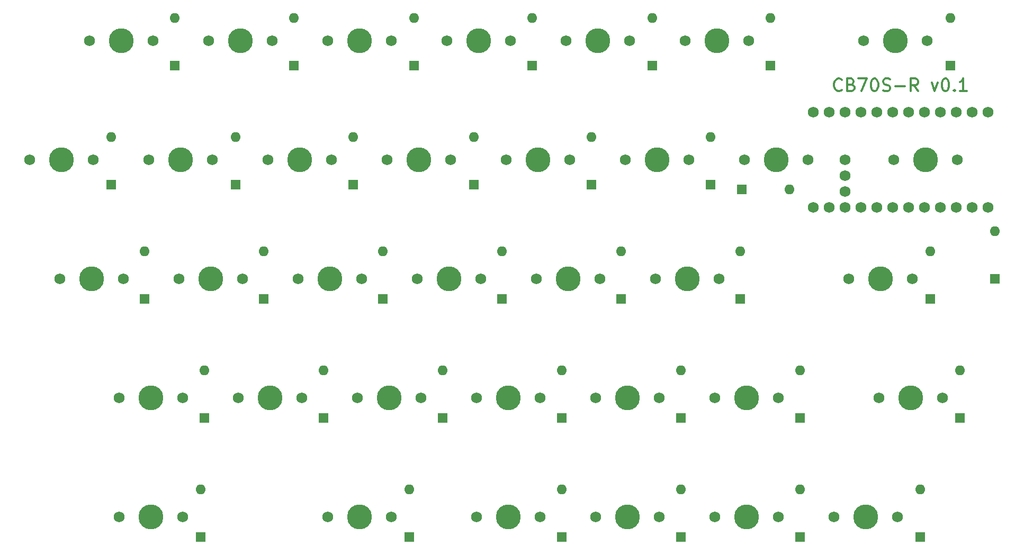
<source format=gbr>
G04 #@! TF.GenerationSoftware,KiCad,Pcbnew,(5.1.4-0)*
G04 #@! TF.CreationDate,2022-08-11T17:04:41-05:00*
G04 #@! TF.ProjectId,keyboard,6b657962-6f61-4726-942e-6b696361645f,rev?*
G04 #@! TF.SameCoordinates,Original*
G04 #@! TF.FileFunction,Soldermask,Top*
G04 #@! TF.FilePolarity,Negative*
%FSLAX46Y46*%
G04 Gerber Fmt 4.6, Leading zero omitted, Abs format (unit mm)*
G04 Created by KiCad (PCBNEW (5.1.4-0)) date 2022-08-11 17:04:41*
%MOMM*%
%LPD*%
G04 APERTURE LIST*
%ADD10C,0.300000*%
%ADD11C,3.987800*%
%ADD12C,1.750000*%
%ADD13C,1.752600*%
%ADD14O,1.600000X1.600000*%
%ADD15R,1.600000X1.600000*%
G04 APERTURE END LIST*
D10*
X134287797Y-17383035D02*
X134192559Y-17478273D01*
X133906845Y-17573511D01*
X133716369Y-17573511D01*
X133430654Y-17478273D01*
X133240178Y-17287797D01*
X133144940Y-17097321D01*
X133049702Y-16716369D01*
X133049702Y-16430654D01*
X133144940Y-16049702D01*
X133240178Y-15859226D01*
X133430654Y-15668750D01*
X133716369Y-15573511D01*
X133906845Y-15573511D01*
X134192559Y-15668750D01*
X134287797Y-15763988D01*
X135811607Y-16525892D02*
X136097321Y-16621130D01*
X136192559Y-16716369D01*
X136287797Y-16906845D01*
X136287797Y-17192559D01*
X136192559Y-17383035D01*
X136097321Y-17478273D01*
X135906845Y-17573511D01*
X135144940Y-17573511D01*
X135144940Y-15573511D01*
X135811607Y-15573511D01*
X136002083Y-15668750D01*
X136097321Y-15763988D01*
X136192559Y-15954464D01*
X136192559Y-16144940D01*
X136097321Y-16335416D01*
X136002083Y-16430654D01*
X135811607Y-16525892D01*
X135144940Y-16525892D01*
X136954464Y-15573511D02*
X138287797Y-15573511D01*
X137430654Y-17573511D01*
X139430654Y-15573511D02*
X139621130Y-15573511D01*
X139811607Y-15668750D01*
X139906845Y-15763988D01*
X140002083Y-15954464D01*
X140097321Y-16335416D01*
X140097321Y-16811607D01*
X140002083Y-17192559D01*
X139906845Y-17383035D01*
X139811607Y-17478273D01*
X139621130Y-17573511D01*
X139430654Y-17573511D01*
X139240178Y-17478273D01*
X139144940Y-17383035D01*
X139049702Y-17192559D01*
X138954464Y-16811607D01*
X138954464Y-16335416D01*
X139049702Y-15954464D01*
X139144940Y-15763988D01*
X139240178Y-15668750D01*
X139430654Y-15573511D01*
X140859226Y-17478273D02*
X141144940Y-17573511D01*
X141621130Y-17573511D01*
X141811607Y-17478273D01*
X141906845Y-17383035D01*
X142002083Y-17192559D01*
X142002083Y-17002083D01*
X141906845Y-16811607D01*
X141811607Y-16716369D01*
X141621130Y-16621130D01*
X141240178Y-16525892D01*
X141049702Y-16430654D01*
X140954464Y-16335416D01*
X140859226Y-16144940D01*
X140859226Y-15954464D01*
X140954464Y-15763988D01*
X141049702Y-15668750D01*
X141240178Y-15573511D01*
X141716369Y-15573511D01*
X142002083Y-15668750D01*
X142859226Y-16811607D02*
X144383035Y-16811607D01*
X146478273Y-17573511D02*
X145811607Y-16621130D01*
X145335416Y-17573511D02*
X145335416Y-15573511D01*
X146097321Y-15573511D01*
X146287797Y-15668750D01*
X146383035Y-15763988D01*
X146478273Y-15954464D01*
X146478273Y-16240178D01*
X146383035Y-16430654D01*
X146287797Y-16525892D01*
X146097321Y-16621130D01*
X145335416Y-16621130D01*
X148668750Y-16240178D02*
X149144940Y-17573511D01*
X149621130Y-16240178D01*
X150763988Y-15573511D02*
X150954464Y-15573511D01*
X151144940Y-15668750D01*
X151240178Y-15763988D01*
X151335416Y-15954464D01*
X151430654Y-16335416D01*
X151430654Y-16811607D01*
X151335416Y-17192559D01*
X151240178Y-17383035D01*
X151144940Y-17478273D01*
X150954464Y-17573511D01*
X150763988Y-17573511D01*
X150573511Y-17478273D01*
X150478273Y-17383035D01*
X150383035Y-17192559D01*
X150287797Y-16811607D01*
X150287797Y-16335416D01*
X150383035Y-15954464D01*
X150478273Y-15763988D01*
X150573511Y-15668750D01*
X150763988Y-15573511D01*
X152287797Y-17383035D02*
X152383035Y-17478273D01*
X152287797Y-17573511D01*
X152192559Y-17478273D01*
X152287797Y-17383035D01*
X152287797Y-17573511D01*
X154287797Y-17573511D02*
X153144940Y-17573511D01*
X153716369Y-17573511D02*
X153716369Y-15573511D01*
X153525892Y-15859226D01*
X153335416Y-16049702D01*
X153144940Y-16144940D01*
D11*
X140493750Y-47625000D03*
D12*
X135413750Y-47625000D03*
X145573750Y-47625000D03*
D11*
X142875000Y-9525000D03*
D12*
X137795000Y-9525000D03*
X147955000Y-9525000D03*
D11*
X23812500Y-85725000D03*
D12*
X18732500Y-85725000D03*
X28892500Y-85725000D03*
D13*
X157638750Y-36195000D03*
X155098750Y-36195000D03*
X152558750Y-36195000D03*
X150018750Y-36195000D03*
X147478750Y-36195000D03*
X144938750Y-36195000D03*
X142398750Y-36195000D03*
X139858750Y-36195000D03*
X137318750Y-36195000D03*
X134778750Y-36195000D03*
X132238750Y-36195000D03*
X129698750Y-20955000D03*
X132238750Y-20955000D03*
X134778750Y-20955000D03*
X137318750Y-20955000D03*
X139858750Y-20955000D03*
X142398750Y-20955000D03*
X144938750Y-20955000D03*
X147478750Y-20955000D03*
X150018750Y-20955000D03*
X152558750Y-20955000D03*
X155098750Y-20955000D03*
X129698750Y-36195000D03*
X157638750Y-20955000D03*
X134778750Y-33655000D03*
X134778750Y-31115000D03*
X134778750Y-28575000D03*
D11*
X138112500Y-85725000D03*
D12*
X133032500Y-85725000D03*
X143192500Y-85725000D03*
D11*
X119062500Y-85725000D03*
D12*
X113982500Y-85725000D03*
X124142500Y-85725000D03*
D11*
X100012500Y-85725000D03*
D12*
X94932500Y-85725000D03*
X105092500Y-85725000D03*
D11*
X80962500Y-85725000D03*
D12*
X75882500Y-85725000D03*
X86042500Y-85725000D03*
D11*
X57150000Y-85725000D03*
D12*
X52070000Y-85725000D03*
X62230000Y-85725000D03*
D11*
X145256250Y-66675000D03*
D12*
X140176250Y-66675000D03*
X150336250Y-66675000D03*
D11*
X119062500Y-66675000D03*
D12*
X113982500Y-66675000D03*
X124142500Y-66675000D03*
D11*
X100012500Y-66675000D03*
D12*
X94932500Y-66675000D03*
X105092500Y-66675000D03*
D11*
X80962500Y-66675000D03*
D12*
X75882500Y-66675000D03*
X86042500Y-66675000D03*
D11*
X61912500Y-66675000D03*
D12*
X56832500Y-66675000D03*
X66992500Y-66675000D03*
D11*
X42862500Y-66675000D03*
D12*
X37782500Y-66675000D03*
X47942500Y-66675000D03*
D11*
X23812500Y-66675000D03*
D12*
X18732500Y-66675000D03*
X28892500Y-66675000D03*
D11*
X109537500Y-47625000D03*
D12*
X104457500Y-47625000D03*
X114617500Y-47625000D03*
D11*
X90487500Y-47625000D03*
D12*
X85407500Y-47625000D03*
X95567500Y-47625000D03*
D11*
X71437500Y-47625000D03*
D12*
X66357500Y-47625000D03*
X76517500Y-47625000D03*
D11*
X52387500Y-47625000D03*
D12*
X47307500Y-47625000D03*
X57467500Y-47625000D03*
D11*
X33337500Y-47625000D03*
D12*
X28257500Y-47625000D03*
X38417500Y-47625000D03*
D11*
X14287500Y-47625000D03*
D12*
X9207500Y-47625000D03*
X19367500Y-47625000D03*
D11*
X147637500Y-28575000D03*
D12*
X142557500Y-28575000D03*
X152717500Y-28575000D03*
D11*
X123825000Y-28575000D03*
D12*
X118745000Y-28575000D03*
X128905000Y-28575000D03*
D11*
X104775000Y-28575000D03*
D12*
X99695000Y-28575000D03*
X109855000Y-28575000D03*
D11*
X85725000Y-28575000D03*
D12*
X80645000Y-28575000D03*
X90805000Y-28575000D03*
D11*
X66675000Y-28575000D03*
D12*
X61595000Y-28575000D03*
X71755000Y-28575000D03*
D11*
X47625000Y-28575000D03*
D12*
X42545000Y-28575000D03*
X52705000Y-28575000D03*
D11*
X28575000Y-28575000D03*
D12*
X23495000Y-28575000D03*
X33655000Y-28575000D03*
D11*
X9525000Y-28575000D03*
D12*
X4445000Y-28575000D03*
X14605000Y-28575000D03*
D11*
X114300000Y-9525000D03*
D12*
X109220000Y-9525000D03*
X119380000Y-9525000D03*
D11*
X95250000Y-9525000D03*
D12*
X90170000Y-9525000D03*
X100330000Y-9525000D03*
D11*
X76200000Y-9525000D03*
D12*
X71120000Y-9525000D03*
X81280000Y-9525000D03*
D11*
X57150000Y-9525000D03*
D12*
X52070000Y-9525000D03*
X62230000Y-9525000D03*
D11*
X38100000Y-9525000D03*
D12*
X33020000Y-9525000D03*
X43180000Y-9525000D03*
D11*
X19050000Y-9525000D03*
D12*
X13970000Y-9525000D03*
X24130000Y-9525000D03*
D14*
X146843750Y-81280000D03*
D15*
X146843750Y-88900000D03*
D14*
X127587500Y-81280000D03*
D15*
X127587500Y-88900000D03*
D14*
X108537500Y-81280000D03*
D15*
X108537500Y-88900000D03*
D14*
X89487500Y-81280000D03*
D15*
X89487500Y-88900000D03*
D14*
X65087500Y-81280000D03*
D15*
X65087500Y-88900000D03*
D14*
X31750000Y-81280000D03*
D15*
X31750000Y-88900000D03*
D14*
X153193750Y-62230000D03*
D15*
X153193750Y-69850000D03*
D14*
X127587500Y-62230000D03*
D15*
X127587500Y-69850000D03*
D14*
X108537500Y-62230000D03*
D15*
X108537500Y-69850000D03*
D14*
X89487500Y-62230000D03*
D15*
X89487500Y-69850000D03*
D14*
X70437500Y-62230000D03*
D15*
X70437500Y-69850000D03*
D14*
X51387500Y-62230000D03*
D15*
X51387500Y-69850000D03*
D14*
X32337500Y-62230000D03*
D15*
X32337500Y-69850000D03*
D14*
X148431250Y-43180000D03*
D15*
X148431250Y-50800000D03*
D14*
X118062500Y-43180000D03*
D15*
X118062500Y-50800000D03*
D14*
X99012500Y-43180000D03*
D15*
X99012500Y-50800000D03*
D14*
X79962500Y-43180000D03*
D15*
X79962500Y-50800000D03*
D14*
X60912500Y-43180000D03*
D15*
X60912500Y-50800000D03*
D14*
X41862500Y-43180000D03*
D15*
X41862500Y-50800000D03*
D14*
X22812500Y-43180000D03*
D15*
X22812500Y-50800000D03*
D14*
X158750000Y-40005000D03*
D15*
X158750000Y-47625000D03*
D14*
X125888750Y-33337500D03*
D15*
X118268750Y-33337500D03*
D14*
X113300000Y-24923750D03*
D15*
X113300000Y-32543750D03*
D14*
X94250000Y-24923750D03*
D15*
X94250000Y-32543750D03*
D14*
X75406250Y-24923750D03*
D15*
X75406250Y-32543750D03*
D14*
X56150000Y-24923750D03*
D15*
X56150000Y-32543750D03*
D14*
X37306250Y-24923750D03*
D15*
X37306250Y-32543750D03*
D14*
X17462500Y-24923750D03*
D15*
X17462500Y-32543750D03*
D14*
X151606250Y-5873750D03*
D15*
X151606250Y-13493750D03*
D14*
X122825000Y-5873750D03*
D15*
X122825000Y-13493750D03*
D14*
X103981250Y-5873750D03*
D15*
X103981250Y-13493750D03*
D14*
X84725000Y-5873750D03*
D15*
X84725000Y-13493750D03*
D14*
X65881250Y-5873750D03*
D15*
X65881250Y-13493750D03*
D14*
X46625000Y-5873750D03*
D15*
X46625000Y-13493750D03*
D14*
X27575000Y-5873750D03*
D15*
X27575000Y-13493750D03*
M02*

</source>
